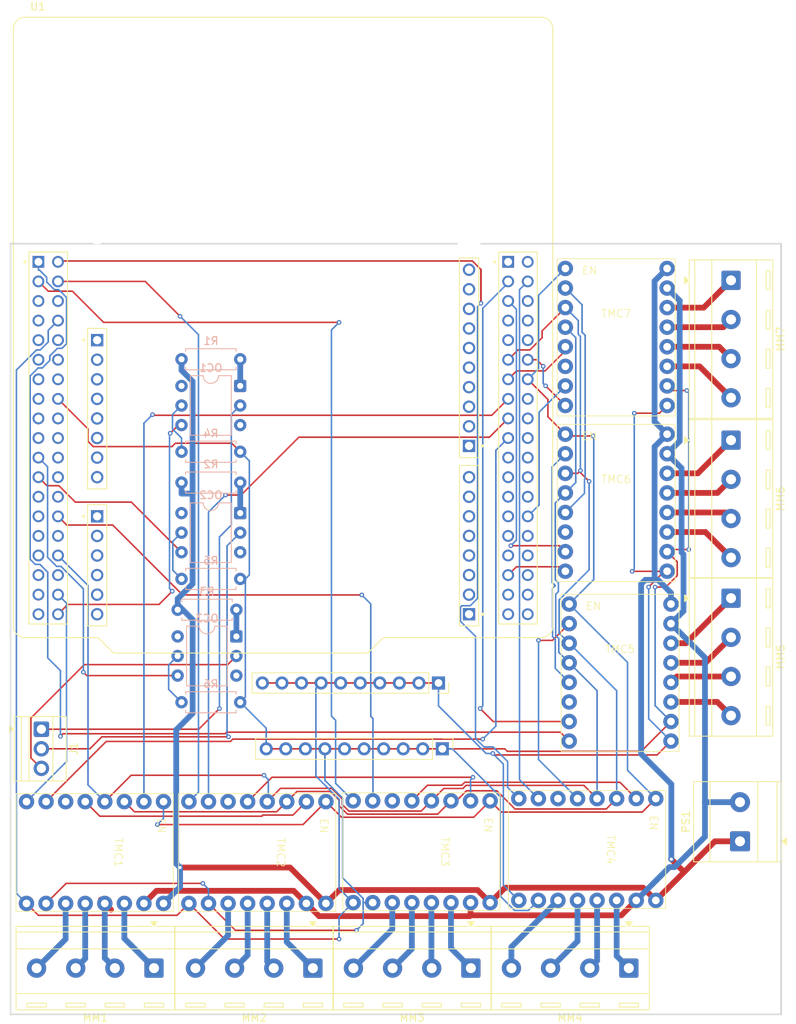
<source format=kicad_pcb>
(kicad_pcb (version 20241229) (generator "pcbnew") (generator_version "9.0")
  (layers (0 "F.Cu" signal) (2 "B.Cu" signal) (13 "F.Paste" user) (15 "B.Paste" user) (5 "F.SilkS" user "F.Silkscreen") (7 "B.SilkS" user "B.Silkscreen") (1 "F.Mask" user) (3 "B.Mask" user) (25 "Edge.Cuts" user))
  (net 0 "")
  (net 1 "EN")
  (net 6 "LIMIT5_IN")
  (net 36 "LIMIT1_IN")
  (net 62 "LIMIT4_IN")
  (net 67 "VM")
  (net 68 "GND_IO")
  (net 69 "SCK")
  (net 70 "VCC_IO")
  (net 71 "GND")
  (net 72 "DIR4")
  (net 73 "STEP4")
  (net 74 "CSN")
  (net 75 "DIR5")
  (net 76 "STEP5")
  (net 77 "STEP6")
  (net 78 "DIR6")
  (net 79 "STEP7")
  (net 80 "DIR7")
  (net 81 "DIR1")
  (net 82 "STEP1")
  (net 83 "STEP2")
  (net 84 "DIR2")
  (net 85 "STEP3")
  (net 86 "DIR3")
  (net 87 "ENC3")
  (net 88 "LIMIT2")
  (net 89 "ENC6")
  (net 90 "ENC5")
  (net 91 "ENC4")
  (net 92 "ENC1")
  (net 93 "LIMIT6")
  (net 94 "ENC7")
  (net 95 "LIMIT3")
  (net 96 "ENC2")
  (net 97 "LIMIT1_OUT")
  (net 105 "MOSI_OUT")
  (net 106 "Net-(TMC1-MISO)")
  (net 107 "Net-(TMC2-MISO)")
  (net 108 "Net-(TMC3-MISO)")
  (net 109 "Net-(TMC4-MISO)")
  (net 110 "Net-(TMC5-MISO)")
  (net 111 "Net-(TMC6-MISO)")
  (net 112 "MISO_OUT")
  (net 113 "/MOTOR1_A1")
  (net 114 "/MOTOR1_A2")
  (net 115 "/MOTOR1_B1")
  (net 116 "/MOTOR1_B2")
  (net 117 "/MOTOR2_A1")
  (net 118 "/MOTOR2_B2")
  (net 119 "/MOTOR2_A2")
  (net 120 "/MOTOR2_B1")
  (net 121 "/MOTOR3_B2")
  (net 122 "/MOTOR3_A1")
  (net 123 "/MOTOR3_B1")
  (net 124 "/MOTOR3_A2")
  (net 125 "/MOTOR4_A2")
  (net 126 "/MOTOR4_B2")
  (net 127 "/MOTOR4_B1")
  (net 128 "/MOTOR4_A1")
  (net 129 "/MOTOR5_B1")
  (net 130 "/MOTOR5_A1")
  (net 131 "/MOTOR5_A2")
  (net 132 "/MOTOR5_B2")
  (net 133 "/MOTOR6_A2")
  (net 134 "/MOTOR6_A1")
  (net 135 "/MOTOR6_B2")
  (net 136 "/MOTOR6_B1")
  (net 137 "/MOTOR7_A2")
  (net 138 "/MOTOR7_A1")
  (net 139 "/MOTOR7_B2")
  (net 140 "/MOTOR7_B1")
  (net 141 "/RIN_1")
  (net 142 "/RIN_3")
  (net 144 "/RIN_2")
  (net 145 "LIMIT4_OUT")
  (net 148 "LIMIT5_OUT")
  (net 149 "Net-(OC1-Pad5)")
  (net 150 "Net-(OC2-Pad5)")
  (net 151 "Net-(OC3-Pad5)")
  (footprint "TerminalBlock_RND:TerminalBlock_RND_205-00289_1x04_P5.08mm_Horizontal" (layer "F.Cu") (at 181.5 79 -90)
    (property "Reference" "MM6")
    (property "Value" "Screw_Terminal_01x04")
  )
  (footprint "boards:MODULE_NUCLEO-F446RE" (layer "F.Cu") (at 123.37 65.37)
    (property "Reference" "U1")
    (property "Value" "NUCLEO-F446RE")
  )
  (footprint "boards:tmc5160" (layer "F.Cu") (at 122.58 132.5 -90)
    (property "Reference" "TMC2")
    (property "Value" "~")
  )
  (footprint "TerminalBlock_RND:TerminalBlock_RND_205-00289_1x04_P5.08mm_Horizontal" (layer "F.Cu") (at 127.24 147.5 180)
    (property "Reference" "MM2")
    (property "Value" "Screw_Terminal_01x04")
  )
  (footprint "TerminalBlock:TerminalBlock_Xinya_XY308-2.54-3P_1x03_P2.54mm_Horizontal" (layer "F.Cu") (at 92 116.5 -90)
    (property "Reference" "J1")
    (property "Value" "Screw_Terminal_01x03")
  )
  (footprint "boards:tmc5160" (layer "F.Cu") (at 101.5 132.5 -90)
    (property "Reference" "TMC1")
    (property "Value" "~")
  )
  (footprint "TerminalBlock_RND:TerminalBlock_RND_205-00289_1x04_P5.08mm_Horizontal" (layer "F.Cu") (at 181.5 99.5 -90)
    (property "Reference" "MM5")
    (property "Value" "Screw_Terminal_01x04")
  )
  (footprint "TerminalBlock_RND:TerminalBlock_RND_205-00289_1x04_P5.08mm_Horizontal" (layer "F.Cu") (at 181.5 58.26 -90)
    (property "Reference" "MM7")
    (property "Value" "Screw_Terminal_01x04")
  )
  (footprint "boards:tmc5160" (layer "F.Cu") (at 143.89 132.396 -90)
    (property "Reference" "TMC3")
    (property "Value" "~")
  )
  (footprint "boards:tmc5160" (layer "F.Cu") (at 167.104 106.61)
    (property "Reference" "TMC5")
    (property "Value" "~")
  )
  (footprint "boards:tmc5160" (layer "F.Cu") (at 166.604 63.07)
    (property "Reference" "TMC7")
    (property "Value" "~")
  )
  (footprint "boards:tmc5160" (layer "F.Cu") (at 165.39 132.104 -90)
    (property "Reference" "TMC4")
    (property "Value" "~")
  )
  (footprint "TerminalBlock_RND:TerminalBlock_RND_205-00289_1x04_P5.08mm_Horizontal" (layer "F.Cu") (at 168.24 147.5 180)
    (property "Reference" "MM4")
    (property "Value" "Screw_Terminal_01x04")
  )
  (footprint "boards:tmc5160" (layer "F.Cu") (at 166.604 84.57)
    (property "Reference" "TMC6")
    (property "Value" "~")
  )
  (footprint "Connector_PinHeader_2.54mm:PinHeader_1x10_P2.54mm_Vertical" (layer "F.Cu") (at 144.04 119.045 -90)
    (property "Reference" "Encoder_MUX_VIO1" (hide yes))
    (property "Value" "Conn_01x010")
  )
  (footprint "TerminalBlock_RND:TerminalBlock_RND_205-00289_1x04_P5.08mm_Horizontal" (layer "F.Cu") (at 147.74 147.5 180)
    (property "Reference" "MM3")
    (property "Value" "Screw_Terminal_01x04")
  )
  (footprint "TerminalBlock_RND:TerminalBlock_RND_205-00289_1x04_P5.08mm_Horizontal" (layer "F.Cu") (at 106.62 147.5 180)
    (property "Reference" "MM1")
    (property "Value" "Screw_Terminal_01x04")
  )
  (footprint "TerminalBlock_Phoenix:TerminalBlock_Phoenix_MKDS-3-2-5.08_1x02_P5.08mm_Horizontal" (layer "F.Cu") (at 182.6675 131.045 90)
    (property "Reference" "PS1")
    (property "Value" "Screw_Terminal_01x02")
  )
  (footprint "Connector_PinSocket_2.54mm:PinSocket_1x10_P2.54mm_Vertical" (layer "F.Cu") (at 143.54 110.5 -90)
    (property "Reference" "Encoder_MUX_GND1" (hide yes))
    (property "Value" "Conn_01x010")
  )
  (footprint "Package_DIP:DIP-6_W7.62mm" (layer "B.Cu") (at 117.805 71.96 180)
    (property "Reference" "OC1")
    (property "Value" "CNY17")
  )
  (footprint "Resistor_THT:R_Axial_DIN0207_L6.3mm_D2.5mm_P7.62mm_Horizontal" (layer "B.Cu") (at 117.81 80.5 180)
    (property "Reference" "R4")
    (property "Value" "160")
  )
  (footprint "Package_DIP:DIP-6_W7.62mm" (layer "B.Cu") (at 117.805 88.46 180)
    (property "Reference" "OC2")
    (property "Value" "CNY17")
  )
  (footprint "Resistor_THT:R_Axial_DIN0207_L6.3mm_D2.5mm_P7.62mm_Horizontal" (layer "B.Cu") (at 117.31 101 180)
    (property "Reference" "R3")
    (property "Value" "3.3K")
  )
  (footprint "Resistor_THT:R_Axial_DIN0207_L6.3mm_D2.5mm_P7.62mm_Horizontal" (layer "B.Cu") (at 117.81 84.5 180)
    (property "Reference" "R2")
    (property "Value" "3.3K")
  )
  (footprint "Resistor_THT:R_Axial_DIN0207_L6.3mm_D2.5mm_P7.62mm_Horizontal" (layer "B.Cu") (at 117.81 97 180)
    (property "Reference" "R5")
    (property "Value" "160")
  )
  (footprint "Package_DIP:DIP-6_W7.62mm" (layer "B.Cu") (at 117.305 104.46 180)
    (property "Reference" "OC3")
    (property "Value" "CNY17")
  )
  (footprint "Resistor_THT:R_Axial_DIN0207_L6.3mm_D2.5mm_P7.62mm_Horizontal" (layer "B.Cu") (at 117.81 113 180)
    (property "Reference" "R6")
    (property "Value" "160")
  )
  (footprint "Resistor_THT:R_Axial_DIN0207_L6.3mm_D2.5mm_P7.62mm_Horizontal" (layer "B.Cu") (at 117.81 68.5 180)
    (property "Reference" "R1")
    (property "Value" "3.3K")
  )
  (gr_rect (start 88 53.5) (end 188 153.5) (stroke (width 0.2)) (fill no) (layer "Edge.Cuts"))
  (segment (start 151.698 127.25) (end 169.99 127.25) (width 0.2) (layer "F.Cu") (net 1))
  (segment (start 157.737 75.9569) (end 160 78.22) (width 0.2) (layer "F.Cu") (net 1))
  (segment (start 125.955 128.871) (end 128.93 125.896) (width 0.2) (layer "F.Cu") (net 1))
  (segment (start 148.111 127.921) (end 150.24 125.792) (width 0.2) (layer "F.Cu") (net 1))
  (segment (start 163.598 78.4489) (end 163.687 78.4489) (width 0.2) (layer "F.Cu") (net 1))
  (segment (start 107.056 128.871) (end 108.179 128.871) (width 0.2) (layer "F.Cu") (net 1))
  (segment (start 163.687 78.4489) (end 163.598 78.4489) (width 0.2) (layer "F.Cu") (net 1))
  (segment (start 160 78.22) (end 160.229 78.4489) (width 0.2) (layer "F.Cu") (net 1))
  (segment (start 155.12 71.1) (end 157.737 73.7169) (width 0.2) (layer "F.Cu") (net 1))
  (segment (start 157.737 73.7169) (end 157.737 75.9569) (width 0.2) (layer "F.Cu") (net 1))
  (segment (start 128.93 125.896) (end 130.955 127.921) (width 0.2) (layer "F.Cu") (net 1))
  (segment (start 108.179 128.871) (end 125.955 128.871) (width 0.2) (layer "F.Cu") (net 1))
  (segment (start 160.229 78.4489) (end 163.598 78.4489) (width 0.2) (layer "F.Cu") (net 1))
  (segment (start 130.955 127.921) (end 148.111 127.921) (width 0.2) (layer "F.Cu") (net 1))
  (segment (start 107.056 128.871) (end 108.179 128.871) (width 0.2) (layer "F.Cu") (net 1))
  (segment (start 169.99 127.25) (end 171.74 125.5) (width 0.2) (layer "F.Cu") (net 1))
  (segment (start 150.24 125.792) (end 151.698 127.25) (width 0.2) (layer "F.Cu") (net 1))
  (segment (start 108.179 128.871) (end 107.056 128.871) (width 0.2) (layer "F.Cu") (net 1))
  (via (at 163.598 78.4489) (size 0.6) (drill 0.3) (layers "F.Cu" "B.Cu") (net 1))
  (via (at 107.056 128.871) (size 0.6) (drill 0.3) (layers "F.Cu" "B.Cu") (net 1))
  (segment (start 156.526 69.6944) (end 155.12 71.1) (width 0.2) (layer "B.Cu") (net 1))
  (segment (start 163.687 78.5375) (end 163.598 78.4489) (width 0.2) (layer "B.Cu") (net 1))
  (segment (start 160.5 100.26) (end 163.687 97.073) (width 0.2) (layer "B.Cu") (net 1))
  (segment (start 168.07 107.83) (end 160.5 100.26) (width 0.2) (layer "B.Cu") (net 1))
  (segment (start 156.526 60.1944) (end 156.526 69.6944) (width 0.2) (layer "B.Cu") (net 1))
  (segment (start 171.74 125.5) (end 168.07 121.83) (width 0.2) (layer "B.Cu") (net 1))
  (segment (start 107.85 125.896) (end 107.85 128.078) (width 0.2) (layer "B.Cu") (net 1))
  (segment (start 163.687 97.073) (end 163.687 78.5375) (width 0.2) (layer "B.Cu") (net 1))
  (segment (start 168.07 121.83) (end 168.07 107.83) (width 0.2) (layer "B.Cu") (net 1))
  (segment (start 107.85 128.078) (end 107.056 128.871) (width 0.2) (layer "B.Cu") (net 1))
  (segment (start 160 56.72) (end 156.526 60.1944) (width 0.2) (layer "B.Cu") (net 1))
  (segment (start 163.687 78.4489) (end 163.598 78.4489) (width 0.2) (layer "B.Cu") (net 1))
  (segment (start 163.598 78.4489) (end 163.687 78.4489) (width 0.2) (layer "B.Cu") (net 1))
  (segment (start 90.6435 120.224) (end 92 121.58) (width 0.2) (layer "F.Cu") (net 6))
  (segment (start 90.6435 115.052) (end 90.6435 120.224) (width 0.2) (layer "F.Cu") (net 6))
  (segment (start 97.577 108.118) (end 90.6435 115.052) (width 0.2) (layer "F.Cu") (net 6))
  (segment (start 117.305 107) (end 116.187 108.118) (width 0.2) (layer "F.Cu") (net 6))
  (segment (start 116.187 108.118) (end 97.577 108.118) (width 0.2) (layer "F.Cu") (net 6))
  (segment (start 115.111 113.814) (end 112.425 116.5) (width 0.2) (layer "F.Cu") (net 36))
  (segment (start 112.425 116.5) (end 92 116.5) (width 0.2) (layer "F.Cu") (net 36))
  (via (at 115.111 113.814) (size 0.6) (drill 0.3) (layers "F.Cu" "B.Cu") (net 36))
  (segment (start 115.111 91.5544) (end 115.111 113.814) (width 0.2) (layer "B.Cu") (net 36))
  (segment (start 116.652 90.0128) (end 115.111 91.5544) (width 0.2) (layer "B.Cu") (net 36))
  (segment (start 117.805 74.5) (end 116.652 75.6527) (width 0.2) (layer "B.Cu") (net 36))
  (segment (start 116.652 75.6527) (end 116.652 90.0128) (width 0.2) (layer "B.Cu") (net 36))
  (segment (start 99.844 117.486) (end 98.2895 119.04) (width 0.2) (layer "F.Cu") (net 62))
  (segment (start 116.291 117.486) (end 99.844 117.486) (width 0.2) (layer "F.Cu") (net 62))
  (segment (start 98.2895 119.04) (end 92 119.04) (width 0.2) (layer "F.Cu") (net 62))
  (via (at 116.291 117.486) (size 0.6) (drill 0.3) (layers "F.Cu" "B.Cu") (net 62))
  (segment (start 116.098 117.293) (end 116.291 117.486) (width 0.2) (layer "B.Cu") (net 62))
  (segment (start 116.098 92.7066) (end 116.098 117.293) (width 0.2) (layer "B.Cu") (net 62))
  (segment (start 117.805 91) (end 116.098 92.7066) (width 0.2) (layer "B.Cu") (net 62))
  (segment (start 182.668 131.045) (end 179.403 131.045) (width 0.75) (layer "F.Cu") (net 67))
  (segment (start 130.67 137.364) (end 148.604 137.364) (width 0.75) (layer "F.Cu") (net 67))
  (segment (start 150.24 139) (end 152.178 137.062) (width 0.75) (layer "F.Cu") (net 67))
  (segment (start 110.003 134.444) (end 124.27 134.444) (width 0.75) (layer "F.Cu") (net 67))
  (segment (start 175.422 135.026) (end 171.74 138.708) (width 0.75) (layer "F.Cu") (net 67))
  (segment (start 173.756 133.361) (end 175.422 135.026) (width 0.75) (layer "F.Cu") (net 67))
  (segment (start 128.93 139.104) (end 130.67 137.364) (width 0.75) (layer "F.Cu") (net 67))
  (segment (start 179.403 131.045) (end 175.422 135.026) (width 0.75) (layer "F.Cu") (net 67))
  (segment (start 148.604 137.364) (end 150.24 139) (width 0.75) (layer "F.Cu") (net 67))
  (segment (start 170.094 137.062) (end 171.74 138.708) (width 0.75) (layer "F.Cu") (net 67))
  (segment (start 124.27 134.444) (end 128.93 139.104) (width 0.75) (layer "F.Cu") (net 67))
  (segment (start 152.178 137.062) (end 170.094 137.062) (width 0.75) (layer "F.Cu") (net 67))
  (via (at 173.756 133.361) (size 0.8) (drill 0.4) (layers "F.Cu" "B.Cu") (net 67))
  (via (at 110.003 134.444) (size 0.8) (drill 0.4) (layers "F.Cu" "B.Cu") (net 67))
  (segment (start 173.708 100.26) (end 173.708 98.8068) (width 0.75) (layer "B.Cu") (net 67))
  (segment (start 110.003 136.951) (end 110.003 134.444) (width 0.75) (layer "B.Cu") (net 67))
  (segment (start 109.5 116.582) (end 109.5 133.94) (width 0.75) (layer "B.Cu") (net 67))
  (segment (start 171.579 76.5907) (end 173.208 78.22) (width 0.75) (layer "B.Cu") (net 67))
  (segment (start 173.208 56.72) (end 171.579 58.3493) (width 0.75) (layer "B.Cu") (net 67))
  (segment (start 110.19 68.5) (end 110.19 69.9267) (width 0.75) (layer "B.Cu") (net 67))
  (segment (start 173.756 133.361) (end 173.756 123.629) (width 0.75) (layer "B.Cu") (net 67))
  (segment (start 111.63 114.452) (end 109.5 116.582) (width 0.75) (layer "B.Cu") (net 67))
  (segment (start 173.208 78.22) (end 171.58 79.8478) (width 0.75) (layer "B.Cu") (net 67))
  (segment (start 173.756 123.629) (end 169.835 119.708) (width 0.75) (layer "B.Cu") (net 67))
  (segment (start 109.69 100.334) (end 109.69 99.5733) (width 0.75) (layer "B.Cu") (net 67))
  (segment (start 111.63 102.274) (end 111.63 114.452) (width 0.75) (layer "B.Cu") (net 67))
  (segment (start 109.69 99.5733) (end 111.622 97.6416) (width 0.75) (layer "B.Cu") (net 67))
  (segment (start 169.835 119.708) (end 169.835 113.082) (width 0.75) (layer "B.Cu") (net 67))
  (segment (start 110.19 84.5) (end 110.19 85.9267) (width 0.75) (layer "B.Cu") (net 67))
  (segment (start 171.579 58.3493) (end 171.579 76.5907) (width 0.75) (layer "B.Cu") (net 67))
  (segment (start 111.622 85.9267) (end 110.19 85.9267) (width 0.75) (layer "B.Cu") (net 67))
  (segment (start 111.622 97.6416) (end 111.622 85.9267) (width 0.75) (layer "B.Cu") (net 67))
  (segment (start 170.379 97.1176) (end 171.58 97.1176) (width 0.75) (layer "B.Cu") (net 67))
  (segment (start 111.622 71.3584) (end 111.622 85.9267) (width 0.75) (layer "B.Cu") (net 67))
  (segment (start 107.85 139.104) (end 110.003 136.951) (width 0.75) (layer "B.Cu") (net 67))
  (segment (start 109.69 101) (end 109.69 100.334) (width 0.75) (layer "B.Cu") (net 67))
  (segment (start 171.58 79.8478) (end 171.58 97.1176) (width 0.75) (layer "B.Cu") (net 67))
  (segment (start 109.69 100.334) (end 111.63 102.274) (width 0.75) (layer "B.Cu") (net 67))
  (segment (start 110.19 69.9267) (end 111.622 71.3584) (width 0.75) (layer "B.Cu") (net 67))
  (segment (start 173.708 98.8068) (end 172.019 97.1176) (width 0.75) (layer "B.Cu") (net 67))
  (segment (start 172.019 97.1176) (end 171.58 97.1176) (width 0.75) (layer "B.Cu") (net 67))
  (segment (start 109.5 133.94) (end 110.003 134.444) (width 0.75) (layer "B.Cu") (net 67))
  (segment (start 169.834 113.08) (end 169.834 97.6634) (width 0.75) (layer "B.Cu") (net 67))
  (segment (start 169.834 97.6634) (end 170.379 97.1176) (width 0.75) (layer "B.Cu") (net 67))
  (segment (start 169.835 113.082) (end 169.834 113.08) (width 0.75) (layer "B.Cu") (net 67))
  (segment (start 135.92 110.5) (end 138.46 110.5) (width 0.2) (layer "F.Cu") (net 68))
  (segment (start 173.193 96.0148) (end 173.208 96) (width 0.2) (layer "F.Cu") (net 68))
  (segment (start 123.22 110.5) (end 120.68 110.5) (width 0.2) (layer "F.Cu") (net 68))
  (segment (start 143.54 110.5) (end 141 110.5) (width 0.2) (layer "F.Cu") (net 68))
  (segment (start 168.67 96.0148) (end 173.193 96.0148) (width 0.2) (layer "F.Cu") (net 68))
  (segment (start 170.812 98.0466) (end 170.812 98.0561) (width 0.2) (layer "F.Cu") (net 68))
  (segment (start 90.07 139.104) (end 91.6103 140.644) (width 0.2) (layer "F.Cu") (net 68))
  (segment (start 133.38 110.5) (end 130.84 110.5) (width 0.2) (layer "F.Cu") (net 68))
  (segment (start 109.61 140.644) (end 111.15 139.104) (width 0.2) (layer "F.Cu") (net 68))
  (segment (start 173.208 96) (end 172.859 96) (width 0.2) (layer "F.Cu") (net 68))
  (segment (start 171.908 119.84) (end 150.776 119.84) (width 0.2) (layer "F.Cu") (net 68))
  (segment (start 111.15 139.104) (end 115.77 143.724) (width 0.2) (layer "F.Cu") (net 68))
  (segment (start 130.84 110.5) (end 128.3 110.5) (width 0.2) (layer "F.Cu") (net 68))
  (segment (start 91.6103 140.644) (end 109.61 140.644) (width 0.2) (layer "F.Cu") (net 68))
  (segment (start 128.3 110.5) (end 125.76 110.5) (width 0.2) (layer "F.Cu") (net 68))
  (segment (start 115.77 143.724) (end 130.633 143.724) (width 0.2) (layer "F.Cu") (net 68))
  (segment (start 123.22 110.5) (end 125.76 110.5) (width 0.2) (layer "F.Cu") (net 68))
  (segment (start 172.206 75.5018) (end 168.945 75.5018) (width 0.2) (layer "F.Cu") (net 68))
  (segment (start 141 110.5) (end 138.46 110.5) (width 0.2) (layer "F.Cu") (net 68))
  (segment (start 173.708 118.04) (end 171.908 119.84) (width 0.2) (layer "F.Cu") (net 68))
  (segment (start 173.208 74.5) (end 172.206 75.5018) (width 0.2) (layer "F.Cu") (net 68))
  (segment (start 135.92 110.5) (end 133.38 110.5) (width 0.2) (layer "F.Cu") (net 68))
  (segment (start 150.776 119.84) (end 150.585 119.649) (width 0.2) (layer "F.Cu") (net 68))
  (segment (start 172.859 96) (end 170.812 98.0466) (width 0.2) (layer "F.Cu") (net 68))
  (via (at 130.633 143.724) (size 0.6) (drill 0.3) (layers "F.Cu" "B.Cu") (net 68))
  (via (at 150.585 119.649) (size 0.6) (drill 0.3) (layers "F.Cu" "B.Cu") (net 68))
  (via (at 170.812 98.0561) (size 0.6) (drill 0.3) (layers "F.Cu" "B.Cu") (net 68))
  (via (at 168.945 75.5018) (size 0.6) (drill 0.3) (layers "F.Cu" "B.Cu") (net 68))
  (via (at 168.67 96.0148) (size 0.6) (drill 0.3) (layers "F.Cu" "B.Cu") (net 68))
  (segment (start 130.643 125.594) (end 127.626 122.577) (width 0.2) (layer "B.Cu") (net 68))
  (segment (start 151.956 136.704) (end 153.96 138.708) (width 0.2) (layer "B.Cu") (net 68))
  (segment (start 130.633 143.724) (end 130.633 140.827) (width 0.2) (layer "B.Cu") (net 68))
  (segment (start 130.633 140.827) (end 132.46 139) (width 0.2) (layer "B.Cu") (net 68))
  (segment (start 168.945 95.7393) (end 168.67 96.0148) (width 0.2) (layer "B.Cu") (net 68))
  (segment (start 91.8589 67.29) (end 91.3699 67.29) (width 0.2) (layer "B.Cu") (net 68))
  (segment (start 88.7641 69.8958) (end 88.7641 137.798) (width 0.2) (layer "B.Cu") (net 68))
  (segment (start 92.89 66.2589) (end 91.8589 67.29) (width 0.2) (layer "B.Cu") (net 68))
  (segment (start 143.54 110.5) (end 143.54 111.652) (width 0.2) (layer "B.Cu") (net 68))
  (segment (start 151.956 121.02) (end 151.956 136.704) (width 0.2) (layer "B.Cu") (net 68))
  (segment (start 130.643 137.183) (end 130.643 125.594) (width 0.2) (layer "B.Cu") (net 68))
  (segment (start 127.626 122.577) (end 127.626 111.174) (width 0.2) (layer "B.Cu") (net 68))
  (segment (start 127.626 111.174) (end 128.3 110.5) (width 0.2) (layer "B.Cu") (net 68))
  (segment (start 91.3699 67.29) (end 88.7641 69.8958) (width 0.2) (layer "B.Cu") (net 68))
  (segment (start 92.89 64.75) (end 92.89 66.2589) (width 0.2) (layer "B.Cu") (net 68))
  (segment (start 170.812 98.0561) (end 170.812 115.144) (width 0.2) (layer "B.Cu") (net 68))
  (segment (start 94.16 63.48) (end 92.89 64.75) (width 0.2) (layer "B.Cu") (net 68))
  (segment (start 88.7641 137.798) (end 90.07 139.104) (width 0.2) (layer "B.Cu") (net 68))
  (segment (start 143.54 111.652) (end 143.54 113.467) (width 0.2) (layer "B.Cu") (net 68))
  (segment (start 168.945 75.5018) (end 168.945 95.7393) (width 0.2) (layer "B.Cu") (net 68))
  (segment (start 132.46 139) (end 130.643 137.183) (width 0.2) (layer "B.Cu") (net 68))
  (segment (start 170.812 115.144) (end 173.708 118.04) (width 0.2) (layer "B.Cu") (net 68))
  (segment (start 150.585 119.649) (end 151.956 121.02) (width 0.2) (layer "B.Cu") (net 68))
  (segment (start 143.54 113.467) (end 149.722 119.649) (width 0.2) (layer "B.Cu") (net 68))
  (segment (start 149.722 119.649) (end 150.585 119.649) (width 0.2) (layer "B.Cu") (net 68))
  (segment (start 131.723 127.52) (end 130.643 126.44) (width 0.2) (layer "F.Cu") (net 69))
  (segment (start 155.394 67.29) (end 153.85 67.29) (width 0.2) (layer "F.Cu") (net 69))
  (segment (start 161.955 83.0656) (end 161.955 82.9386) (width 0.2) (layer "F.Cu") (net 69))
  (segment (start 123.85 125.896) (end 122.538 127.208) (width 0.2) (layer "F.Cu") (net 69))
  (segment (start 161.828 83.0656) (end 161.955 82.9386) (width 0.2) (layer "F.Cu") (net 69))
  (segment (start 156.984 65.6991) (end 155.394 67.29) (width 0.2) (layer "F.Cu") (net 69))
  (segment (start 161.955 82.9386) (end 161.955 83.0656) (width 0.2) (layer "F.Cu") (net 69))
  (segment (start 143.432 127.52) (end 131.723 127.52) (width 0.2) (layer "F.Cu") (net 69))
  (segment (start 161.615 83.3) (end 161.828 83.0862) (width 0.2) (layer "F.Cu") (net 69))
  (segment (start 163.085 84.3431) (end 161.828 83.0862) (width 0.2) (layer "F.Cu") (net 69))
  (segment (start 125.172 124.574) (end 123.85 125.896) (width 0.2) (layer "F.Cu") (net 69))
  (segment (start 153.468 126.848) (end 151.109 124.49) (width 0.2) (layer "F.Cu") (net 69))
  (segment (start 156.984 64.8156) (end 156.984 65.6991) (width 0.2) (layer "F.Cu") (net 69))
  (segment (start 160 83.3) (end 161.615 83.3) (width 0.2) (layer "F.Cu") (net 69))
  (segment (start 166.66 125.5) (end 165.312 126.848) (width 0.2) (layer "F.Cu") (net 69))
  (segment (start 153.85 67.29) (end 152.58 68.56) (width 0.2) (layer "F.Cu") (net 69))
  (segment (start 130.643 126.44) (end 130.643 125.707) (width 0.2) (layer "F.Cu") (net 69))
  (segment (start 129.51 124.574) (end 125.172 124.574) (width 0.2) (layer "F.Cu") (net 69))
  (segment (start 161.828 83.0861) (end 161.828 83.0656) (width 0.2) (layer "F.Cu") (net 69))
  (segment (start 147.162 124.49) (end 145.859 125.792) (width 0.2) (layer "F.Cu") (net 69))
  (segment (start 160 61.8) (end 156.984 64.8156) (width 0.2) (layer "F.Cu") (net 69))
  (segment (start 151.109 124.49) (end 147.162 124.49) (width 0.2) (layer "F.Cu") (net 69))
  (segment (start 104.082 127.208) (end 102.77 125.896) (width 0.2) (layer "F.Cu") (net 69))
  (segment (start 130.643 125.707) (end 129.51 124.574) (width 0.2) (layer "F.Cu") (net 69))
  (segment (start 145.859 125.792) (end 145.16 125.792) (width 0.2) (layer "F.Cu") (net 69))
  (segment (start 161.828 83.0862) (end 161.828 83.0861) (width 0.2) (layer "F.Cu") (net 69))
  (segment (start 122.538 127.208) (end 104.082 127.208) (width 0.2) (layer "F.Cu") (net 69))
  (segment (start 165.312 126.848) (end 153.468 126.848) (width 0.2) (layer "F.Cu") (net 69))
  (segment (start 145.16 125.792) (end 143.432 127.52) (width 0.2) (layer "F.Cu") (net 69))
  (via (at 163.085 84.3431) (size 0.6) (drill 0.3) (layers "F.Cu" "B.Cu") (net 69))
  (via (at 161.955 82.9386) (size 0.6) (drill 0.3) (layers "F.Cu" "B.Cu") (net 69))
  (segment (start 160 61.8) (end 161.677 63.4768) (width 0.2) (layer "B.Cu") (net 69))
  (segment (start 159.197 99.7113) (end 163.085 95.8229) (width 0.2) (layer "B.Cu") (net 69))
  (segment (start 161.955 65.5395) (end 161.955 83.0656) (width 0.2) (layer "B.Cu") (net 69))
  (segment (start 160.5 105.34) (end 159.197 104.037) (width 0.2) (layer "B.Cu") (net 69))
  (segment (start 163.085 95.8229) (end 163.085 84.3431) (width 0.2) (layer "B.Cu") (net 69))
  (segment (start 161.955 83.0656) (end 161.955 82.9386) (width 0.2) (layer "B.Cu") (net 69))
  (segment (start 159.197 104.037) (end 159.197 99.7113) (width 0.2) (layer "B.Cu") (net 69))
  (segment (start 166.66 125.5) (end 166.66 111.5) (width 0.2) (layer "B.Cu") (net 69))
  (segment (start 161.677 63.4768) (end 161.677 65.2609) (width 0.2) (layer "B.Cu") (net 69))
  (segment (start 166.66 111.5) (end 160.5 105.34) (width 0.2) (layer "B.Cu") (net 69))
  (segment (start 161.677 65.2609) (end 161.955 65.5395) (width 0.2) (layer "B.Cu") (net 69))
  (segment (start 174.517 96.5807) (end 173.038 98.0594) (width 0.2) (layer "F.Cu") (net 70))
  (segment (start 133.88 119.045) (end 131.34 119.045) (width 0.2) (layer "F.Cu") (net 70))
  (segment (start 121.18 119.045) (end 123.72 119.045) (width 0.2) (layer "F.Cu") (net 70))
  (segment (start 169.843 119.365) (end 152.461 119.365) (width 0.2) (layer "F.Cu") (net 70))
  (segment (start 123.72 119.045) (end 126.26 119.045) (width 0.2) (layer "F.Cu") (net 70))
  (segment (start 135.314 119.045) (end 138.96 119.045) (width 0.2) (layer "F.Cu") (net 70))
  (segment (start 116.706 79.3956) (end 117.81 80.5) (width 0.2) (layer "F.Cu") (net 70))
  (segment (start 144.04 119.045) (end 145.192 119.045) (width 0.2) (layer "F.Cu") (net 70))
  (segment (start 117.175 142.589) (end 132.893 142.589) (width 0.2) (layer "F.Cu") (net 70))
  (segment (start 98.054 77.534) (end 98.054 79.1606) (width 0.2) (layer "F.Cu") (net 70))
  (segment (start 174.517 94.7686) (end 174.517 96.5807) (width 0.2) (layer "F.Cu") (net 70))
  (segment (start 128.8 119.045) (end 126.26 119.045) (width 0.2) (layer "F.Cu") (net 70))
  (segment (start 109.385 79.3956) (end 116.706 79.3956) (width 0.2) (layer "F.Cu") (net 70))
  (segment (start 127.694 119.045) (end 131.34 119.045) (width 0.2) (layer "F.Cu") (net 70))
  (segment (start 113.69 139.104) (end 117.175 142.589) (width 0.2) (layer "F.Cu") (net 70))
  (segment (start 173.708 115.5) (end 169.843 119.365) (width 0.2) (layer "F.Cu") (net 70))
  (segment (start 152.142 119.045) (end 145.192 119.045) (width 0.2) (layer "F.Cu") (net 70))
  (segment (start 95.2113 136.503) (end 112.95 136.503) (width 0.2) (layer "F.Cu") (net 70))
  (segment (start 173.038 98.0594) (end 171.65 98.0594) (width 0.2) (layer "F.Cu") (net 70))
  (segment (start 152.461 119.365) (end 152.142 119.045) (width 0.2) (layer "F.Cu") (net 70))
  (segment (start 94.16 73.64) (end 98.054 77.534) (width 0.2) (layer "F.Cu") (net 70))
  (segment (start 108.952 79.8291) (end 109.385 79.3956) (width 0.2) (layer "F.Cu") (net 70))
  (segment (start 136.42 119.045) (end 135.314 119.045) (width 0.2) (layer "F.Cu") (net 70))
  (segment (start 144.04 119.045) (end 141.5 119.045) (width 0.2) (layer "F.Cu") (net 70))
  (segment (start 135.314 119.045) (end 133.88 119.045) (width 0.2) (layer "F.Cu") (net 70))
  (segment (start 98.7225 79.8291) (end 108.952 79.8291) (width 0.2) (layer "F.Cu") (net 70))
  (segment (start 173.803 72.5547) (end 175.769 72.5547) (width 0.2) (layer "F.Cu") (net 70))
  (segment (start 173.208 93.46) (end 174.517 94.7686) (width 0.2) (layer "F.Cu") (net 70))
  (segment (start 141.5 119.045) (end 138.96 119.045) (width 0.2) (layer "F.Cu") (net 70))
  (segment (start 173.208 71.96) (end 173.803 72.5547) (width 0.2) (layer "F.Cu") (net 70))
  (segment (start 98.054 79.1606) (end 98.7225 79.8291) (width 0.2) (layer "F.Cu") (net 70))
  (segment (start 176.011 93.1844) (end 173.484 93.1844) (width 0.2) (layer "F.Cu") (net 70))
  (segment (start 173.484 93.1844) (end 173.208 93.46) (width 0.2) (layer "F.Cu") (net 70))
  (segment (start 92.61 139.104) (end 95.2113 136.503) (width 0.2) (layer "F.Cu") (net 70))
  (via (at 171.65 98.0594) (size 0.6) (drill 0.3) (layers "F.Cu" "B.Cu") (net 70))
  (via (at 112.95 136.503) (size 0.6) (drill 0.3) (layers "F.Cu" "B.Cu") (net 70))
  (via (at 132.893 142.589) (size 0.6) (drill 0.3) (layers "F.Cu" "B.Cu") (net 70))
  (via (at 175.769 72.5547) (size 0.6) (drill 0.3) (layers "F.Cu" "B.Cu") (net 70))
  (via (at 176.011 93.1844) (size 0.6) (drill 0.3) (layers "F.Cu" "B.Cu") (net 70))
  (segment (start 175.769 72.5547) (end 176.011 72.7967) (width 0.2) (layer "B.Cu") (net 70))
  (segment (start 118.992 81.6819) (end 118.992 96.4829) (width 0.2) (layer "B.Cu") (net 70))
  (segment (start 118.475 97) (end 117.81 97) (width 0.2) (layer "B.Cu") (net 70))
  (segment (start 113.69 137.242) (end 113.69 139.104) (width 0.2) (layer "B.Cu") (net 70))
  (segment (start 117.81 80.5) (end 118.992 81.6819) (width 0.2) (layer "B.Cu") (net 70))
  (segment (start 155.187 140.021) (end 153.422 140.021) (width 0.2) (layer "B.Cu") (net 70))
  (segment (start 118.475 112.335) (end 117.81 113) (width 0.2) (layer "B.Cu") (net 70))
  (segment (start 132.893 142.589) (end 133.762 141.72) (width 0.2) (layer "B.Cu") (net 70))
  (segment (start 121.18 116.37) (end 121.18 119.045) (width 0.2) (layer "B.Cu") (net 70))
  (segment (start 156.5 138.708) (end 155.187 140.021) (width 0.2) (layer "B.Cu") (net 70))
  (segment (start 153.422 140.021) (end 151.547 138.146) (width 0.2) (layer "B.Cu") (net 70))
  (segment (start 118.475 97) (end 118.475 112.335) (width 0.2) (layer "B.Cu") (net 70))
  (segment (start 133.762 138.461) (end 131.102 135.801) (width 0.2) (layer "B.Cu") (net 70))
  (segment (start 133.762 141.72) (end 133.762 139) (width 0.2) (layer "B.Cu") (net 70))
  (segment (start 176.011 72.7967) (end 176.011 93.1844) (width 0.2) (layer "B.Cu") (net 70))
  (segment (start 133.762 139) (end 133.762 138.461) (width 0.2) (layer "B.Cu") (net 70))
  (segment (start 133.762 139) (end 135 139) (width 0.2) (layer "B.Cu") (net 70))
  (segment (start 117.81 113) (end 121.18 116.37) (width 0.2) (layer "B.Cu") (net 70))
  (segment (start 128.8 123.142) (end 128.8 119.045) (width 0.2) (layer "B.Cu") (net 70))
  (segment (start 171.65 98.0594) (end 171.65 113.442) (width 0.2) (layer "B.Cu") (net 70))
  (segment (start 151.547 138.146) (end 151.547 125.258) (width 0.2) (layer "B.Cu") (net 70))
  (segment (start 112.95 136.503) (end 113.69 137.242) (width 0.2) (layer "B.Cu") (net 70))
  (segment (start 151.547 125.258) (end 145.334 119.045) (width 0.2) (layer "B.Cu") (net 70))
  (segment (start 171.65 113.442) (end 173.708 115.5) (width 0.2) (layer "B.Cu") (net 70))
  (segment (start 131.102 135.801) (end 131.102 125.443) (width 0.2) (layer "B.Cu") (net 70))
  (segment (start 118.992 96.4829) (end 118.475 97) (width 0.2) (layer "B.Cu") (net 70))
  (segment (start 131.102 125.443) (end 128.8 123.142) (width 0.2) (layer "B.Cu") (net 70))
  (segment (start 145.334 119.045) (end 144.04 119.045) (width 0.2) (layer "B.Cu") (net 70))
  (segment (start 169.2 138.708) (end 167.264 140.644) (width 0.75) (layer "F.Cu") (net 71))
  (segment (start 147.59 140.753) (end 128.039 140.753) (width 0.75) (layer "F.Cu") (net 71))
  (segment (start 124.749 137.463) (end 126.39 139.104) (width 0.75) (layer "F.Cu") (net 71))
  (segment (start 106.951 137.463) (end 124.749 137.463) (width 0.75) (layer "F.Cu") (net 71))
  (segment (start 147.7 139) (end 147.7 140.644) (width 0.75) (layer "F.Cu") (net 71))
  (segment (start 105.31 139.104) (end 106.951 137.463) (width 0.75) (layer "F.Cu") (net 71))
  (segment (start 147.7 140.644) (end 147.59 140.753) (width 0.75) (layer "F.Cu") (net 71))
  (segment (start 128.039 140.753) (end 126.39 139.104) (width 0.75) (layer "F.Cu") (net 71))
  (segment (start 167.264 140.644) (end 147.7 140.644) (width 0.75) (layer "F.Cu") (net 71))
  (segment (start 178.12 107.212) (end 178.12 125.965) (width 0.75) (layer "B.Cu") (net 71))
  (segment (start 169.2 138.708) (end 173.52 134.388) (width 0.75) (layer "B.Cu") (net 71))
  (segment (start 182.668 125.965) (end 178.12 125.965) (width 0.75) (layer "B.Cu") (net 71))
  (segment (start 173.52 134.388) (end 174.182 134.388) (width 0.75) (layer "B.Cu") (net 71))
  (segment (start 175.335 101.173) (end 173.708 102.8) (width 0.75) (layer "B.Cu") (net 71))
  (segment (start 175.085 82.6367) (end 175.085 93.5682) (width 0.75) (layer "B.Cu") (net 71))
  (segment (start 175.335 93.8182) (end 175.335 101.173) (width 0.75) (layer "B.Cu") (net 71))
  (segment (start 174.843 79.1253) (end 173.208 80.76) (width 0.75) (layer "B.Cu") (net 71))
  (segment (start 175.085 93.5682) (end 175.335 93.8182) (width 0.75) (layer "B.Cu") (net 71))
  (segment (start 173.208 59.26) (end 174.843 60.8947) (width 0.75) (layer "B.Cu") (net 71))
  (segment (start 174.182 134.388) (end 178.12 130.449) (width 0.75) (layer "B.Cu") (net 71))
  (segment (start 174.843 60.8947) (end 174.843 79.1253) (width 0.75) (layer "B.Cu") (net 71))
  (segment (start 178.12 130.449) (end 178.12 125.965) (width 0.75) (layer "B.Cu") (net 71))
  (segment (start 173.708 102.8) (end 178.12 107.212) (width 0.75) (layer "B.Cu") (net 71))
  (segment (start 173.208 80.76) (end 175.085 82.6367) (width 0.75) (layer "B.Cu") (net 71))
  (segment (start 149.046 61.2312) (end 149.046 56.8579) (width 0.2) (layer "F.Cu") (net 72))
  (segment (start 149.046 56.8579) (end 149.046 61.2312) (width 0.2) (layer "F.Cu") (net 72))
  (segment (start 147.937 55.7487) (end 149.046 56.8579) (width 0.2) (layer "F.Cu") (net 72))
  (segment (start 149.046 56.8579) (end 149.046 61.2312) (width 0.2) (layer "F.Cu") (net 72))
  (segment (start 94.16 55.86) (end 94.2713 55.7487) (width 0.2) (layer "F.Cu") (net 72))
  (segment (start 94.2713 55.7487) (end 147.937 55.7487) (width 0.2) (layer "F.Cu") (net 72))
  (via (at 149.046 61.2312) (size 0.6) (drill 0.3) (layers "F.Cu" "B.Cu") (net 72))
  (segment (start 148.604 61.6728) (end 148.604 99.5311) (width 0.2) (layer "B.Cu") (net 72))
  (segment (start 148.604 99.5311) (end 147.66 100.476) (width 0.2) (layer "B.Cu") (net 72))
  (segment (start 148.341 104.453) (end 148.341 117.618) (width 0.2) (layer "B.Cu") (net 72))
  (segment (start 152.509 120.688) (end 152.509 124.049) (width 0.2) (layer "B.Cu") (net 72))
  (segment (start 146.572 100.476) (end 146.396 100.652) (width 0.2) (layer "B.Cu") (net 72))
  (segment (start 146.396 102.508) (end 148.341 104.453) (width 0.2) (layer "B.Cu") (net 72))
  (segment (start 148.444 117.803) (end 149.443 118.802) (width 0.2) (layer "B.Cu") (net 72))
  (segment (start 147.66 100.476) (end 146.572 100.476) (width 0.2) (layer "B.Cu") (net 72))
  (segment (start 148.444 117.72) (end 148.444 117.803) (width 0.2) (layer "B.Cu") (net 72))
  (segment (start 149.046 61.2312) (end 148.604 61.6728) (width 0.2) (layer "B.Cu") (net 72))
  (segment (start 146.396 100.652) (end 146.396 102.508) (width 0.2) (layer "B.Cu") (net 72))
  (segment (start 148.341 117.618) (end 148.444 117.72) (width 0.2) (layer "B.Cu") (net 72))
  (segment (start 150.623 118.802) (end 152.509 120.688) (width 0.2) (layer "B.Cu") (net 72))
  (segment (start 149.443 118.802) (end 150.623 118.802) (width 0.2) (layer "B.Cu") (net 72))
  (segment (start 152.509 124.049) (end 153.96 125.5) (width 0.2) (layer "B.Cu") (net 72))
  (segment (start 154.053 123.053) (end 156.5 125.5) (width 0.2) (layer "B.Cu") (net 73))
  (segment (start 154.053 59.4667) (end 154.053 123.053) (width 0.2) (layer "B.Cu") (net 73))
  (segment (start 155.12 58.4) (end 154.053 59.4667) (width 0.2) (layer "B.Cu") (net 73))
  (segment (start 144.224 124.188) (end 142.62 125.792) (width 0.2) (layer "F.Cu") (net 74))
  (segment (start 103.65 122.476) (end 120.896 122.476) (width 0.2) (layer "F.Cu") (net 74))
  (segment (start 131.045 126.268) (end 131.045 125.541) (width 0.2) (layer "F.Cu") (net 74))
  (segment (start 131.895 127.118) (end 131.045 126.268) (width 0.2) (layer "F.Cu") (net 74))
  (segment (start 141.294 127.118) (end 131.895 127.118) (width 0.2) (layer "F.Cu") (net 74))
  (segment (start 164.12 125.5) (end 162.408 123.788) (width 0.2) (layer "F.Cu") (net 74))
  (segment (start 147.107 123.788) (end 146.707 124.188) (width 0.2) (layer "F.Cu") (net 74))
  (segment (start 162.408 123.788) (end 147.107 123.788) (width 0.2) (layer "F.Cu") (net 74))
  (segment (start 123.034 124.172) (end 121.31 125.896) (width 0.2) (layer "F.Cu") (net 74))
  (segment (start 100.23 125.896) (end 103.65 122.476) (width 0.2) (layer "F.Cu") (net 74))
  (segment (start 131.045 125.541) (end 129.676 124.172) (width 0.2) (layer "F.Cu") (net 74))
  (segment (start 142.62 125.792) (end 141.294 127.118) (width 0.2) (layer "F.Cu") (net 74))
  (segment (start 129.676 124.172) (end 123.034 124.172) (width 0.2) (layer "F.Cu") (net 74))
  (segment (start 146.707 124.188) (end 144.224 124.188) (width 0.2) (layer "F.Cu") (net 74))
  (via (at 120.896 122.476) (size 0.6) (drill 0.3) (layers "F.Cu" "B.Cu") (net 74))
  (segment (start 158.745 98.9935) (end 158.745 104.332) (width 0.2) (layer "B.Cu") (net 74))
  (segment (start 121.457 125.896) (end 121.457 123.037) (width 0.2) (layer "B.Cu") (net 74))
  (segment (start 158.745 104.332) (end 159.147 104.734) (width 0.2) (layer "B.Cu") (net 74))
  (segment (start 161.354 65.6937) (end 161.354 84.4863) (width 0.2) (layer "B.Cu") (net 74))
  (segment (start 159.097 97.4963) (end 159.097 98.642) (width 0.2) (layer "B.Cu") (net 74))
  (segment (start 160 64.34) (end 161.354 65.6937) (width 0.2) (layer "B.Cu") (net 74))
  (segment (start 164.12 125.5) (end 164.12 111.5) (width 0.2) (layer "B.Cu") (net 74))
  (segment (start 158.696 97.0957) (end 159.097 97.4963) (width 0.2) (layer "B.Cu") (net 74))
  (segment (start 121.457 125.896) (end 121.604 125.896) (width 0.2) (layer "B.Cu") (net 74))
  (segment (start 121.457 123.037) (end 120.896 122.476) (width 0.2) (layer "B.Cu") (net 74))
  (segment (start 100.23 125.896) (end 98.0537 123.72) (width 0.2) (layer "B.Cu") (net 74))
  (segment (start 160 85.84) (end 158.696 87.1439) (width 0.2) (layer "B.Cu") (net 74))
  (segment (start 158.696 87.1439) (end 158.696 97.0957) (width 0.2) (layer "B.Cu") (net 74))
  (segment (start 161.354 84.4863) (end 160 85.84) (width 0.2) (layer "B.Cu") (net 74))
  (segment (start 159.147 104.734) (end 159.147 106.527) (width 0.2) (layer "B.Cu") (net 74))
  (segment (start 164.12 111.5) (end 160.5 107.88) (width 0.2) (layer "B.Cu") (net 74))
  (segment (start 98.0537 97.8537) (end 94.16 93.96) (width 0.2) (layer "B.Cu") (net 74))
  (segment (start 121.31 125.896) (end 121.457 125.896) (width 0.2) (layer "B.Cu") (net 74))
  (segment (start 159.147 106.527) (end 160.5 107.88) (width 0.2) (layer "B.Cu") (net 74))
  (segment (start 98.0537 123.72) (end 98.0537 97.8537) (width 0.2) (layer "B.Cu") (net 74))
  (segment (start 159.097 98.642) (end 158.745 98.9935) (width 0.2) (layer "B.Cu") (net 74))
  (segment (start 116.042 116.884) (end 115.842 117.084) (width 0.2) (layer "F.Cu") (net 75))
  (segment (start 160.5 118.04) (end 159.344 116.884) (width 0.2) (layer "F.Cu") (net 75))
  (segment (start 94.4774 117.417) (end 94.4774 117.122) (width 0.2) (layer "F.Cu") (net 75))
  (segment (start 94.811 117.084) (end 94.4774 117.417) (width 0.2) (layer "F.Cu") (net 75))
  (segment (start 115.842 117.084) (end 94.811 117.084) (width 0.2) (layer "F.Cu") (net 75))
  (segment (start 94.4774 117.122) (end 94.4774 117.417) (width 0.2) (layer "F.Cu") (net 75))
  (segment (start 159.344 116.884) (end 116.042 116.884) (width 0.2) (layer "F.Cu") (net 75))
  (via (at 94.4774 117.417) (size 0.6) (drill 0.3) (layers "F.Cu" "B.Cu") (net 75))
  (segment (start 93.0933 68.6547) (end 92.1213 69.6267) (width 0.2) (layer "B.Cu") (net 75))
  (segment (start 94.078 67.0867) (end 93.0933 68.0714) (width 0.2) (layer "B.Cu") (net 75))
  (segment (start 93.6859 59.4667) (end 94.2536 59.4667) (width 0.2) (layer "B.Cu") (net 75))
  (segment (start 91.7535 56.9267) (end 92.6867 57.8599) (width 0.2) (layer "B.Cu") (net 75))
  (segment (start 93.0933 68.0714) (end 93.0933 68.6547) (width 0.2) (layer "B.Cu") (net 75))
  (segment (start 94.4774 108.903) (end 94.4774 117.417) (width 0.2) (layer "B.Cu") (net 75))
  (segment (start 90.5449 94.4581) (end 91.2005 95.1137) (width 0.2) (layer "B.Cu") (net 75))
  (segment (start 92.6867 57.8599) (end 92.6867 58.4675) (width 0.2) (layer "B.Cu") (net 75))
  (segment (start 95.2681 66.4874) (end 94.6688 67.0867) (width 0.2) (layer "B.Cu") (net 75))
  (segment (start 95.2681 60.4812) (end 95.2681 66.4874) (width 0.2) (layer "B.Cu") (net 75))
  (segment (start 91.62 56.9267) (end 91.7535 56.9267) (width 0.2) (layer "B.Cu") (net 75))
  (segment (start 91.8106 95.1137) (end 92.8273 96.1304) (width 0.2) (layer "B.Cu") (net 75))
  (segment (start 94.2536 59.4667) (end 95.2681 60.4812) (width 0.2) (layer "B.Cu") (net 75))
  (segment (start 92.8273 96.1304) (end 92.8273 107.253) (width 0.2) (layer "B.Cu") (net 75))
  (segment (start 92.1213 69.6267) (end 91.5827 69.6267) (width 0.2) (layer "B.Cu") (net 75))
  (segment (start 91.62 55.86) (end 91.62 56.9267) (width 0.2) (layer "B.Cu") (net 75))
  (segment (start 92.6867 58.4675) (end 93.6859 59.4667) (width 0.2) (layer "B.Cu") (net 75))
  (segment (start 94.6688 67.0867) (end 94.078 67.0867) (width 0.2) (layer "B.Cu") (net 75))
  (segment (start 90.5449 70.6645) (end 90.5449 94.4581) (width 0.2) (layer "B.Cu") (net 75))
  (segment (start 91.2005 95.1137) (end 91.8106 95.1137) (width 0.2) (layer "B.Cu") (net 75))
  (segment (start 91.5827 69.6267) (end 90.5449 70.6645) (width 0.2) (layer "B.Cu") (net 75))
  (segment (start 92.8273 107.253) (end 94.4774 108.903) (width 0.2) (layer "B.Cu") (net 75))
  (segment (start 150.629 115.5) (end 148.943 113.814) (width 0.2) (layer "F.Cu") (net 76))
  (segment (start 160.5 115.5) (end 150.629 115.5) (width 0.2) (layer "F.Cu") (net 76))
  (via (at 148.943 113.814) (size 0.6) (drill 0.3) (layers "F.Cu" "B.Cu") (net 76))
  (segment (start 149.282 113.475) (end 149.282 61.8848) (width 0.2) (layer "B.Cu") (net 76))
  (segment (start 148.943 113.814) (end 149.282 113.475) (width 0.2) (layer "B.Cu") (net 76))
  (segment (start 152.58 58.5865) (end 152.58 58.4) (width 0.2) (layer "B.Cu") (net 76))
  (segment (start 149.282 61.8848) (end 152.58 58.5865) (width 0.2) (layer "B.Cu") (net 76))
  (segment (start 153.144 92.69) (end 152.925 92.69) (width 0.2) (layer "F.Cu") (net 77))
  (segment (start 159.23 92.69) (end 160 93.46) (width 0.2) (layer "F.Cu") (net 77))
  (segment (start 153.144 92.69) (end 159.23 92.69) (width 0.2) (layer "F.Cu") (net 77))
  (via (at 152.925 92.69) (size 0.6) (drill 0.3) (layers "F.Cu" "B.Cu") (net 77))
  (segment (start 152.58 60.94) (end 153.652 62.0116) (width 0.2) (layer "B.Cu") (net 77))
  (segment (start 153.652 91.9633) (end 152.925 92.69) (width 0.2) (layer "B.Cu") (net 77))
  (segment (start 153.652 62.0116) (end 153.652 91.9633) (width 0.2) (layer "B.Cu") (net 77))
  (segment (start 160 96) (end 159.422 95.4225) (width 0.2) (layer "F.Cu") (net 78))
  (segment (start 159.422 95.4225) (end 153.658 95.4225) (width 0.2) (layer "F.Cu") (net 78))
  (segment (start 153.658 95.4225) (end 152.58 96.5) (width 0.2) (layer "F.Cu") (net 78))
  (segment (start 156.595 87.4052) (end 155.12 88.88) (width 0.2) (layer "B.Cu") (net 79))
  (segment (start 156.595 75.3651) (end 156.595 87.4052) (width 0.2) (layer "B.Cu") (net 79))
  (segment (start 160 71.96) (end 156.595 75.3651) (width 0.2) (layer "B.Cu") (net 79))
  (segment (start 156.278 68.56) (end 157.127 69.4096) (width 0.2) (layer "F.Cu") (net 80))
  (segment (start 159.989 74.5) (end 160 74.5) (width 0.2) (layer "F.Cu") (net 80))
  (segment (start 157.441 71.9516) (end 159.989 74.5) (width 0.2) (layer "F.Cu") (net 80))
  (segment (start 155.12 68.56) (end 156.278 68.56) (width 0.2) (layer "F.Cu") (net 80))
  (via (at 157.441 71.9516) (size 0.6) (drill 0.3) (layers "F.Cu" "B.Cu") (net 80))
  (via (at 157.127 69.4096) (size 0.6) (drill 0.3) (layers "F.Cu" "B.Cu") (net 80))
  (segment (start 157.127 71.6381) (end 157.441 71.9516) (width 0.2) (layer "B.Cu") (net 80))
  (segment (start 157.127 69.4096) (end 157.127 71.6381) (width 0.2) (layer "B.Cu") (net 80))
  (segment (start 94.16 99.04) (end 95.2605 100.14) (width 0.2) (layer "B.Cu") (net 81))
  (segment (start 95.2605 100.14) (end 95.2605 120.706) (width 0.2) (layer "B.Cu") (net 81))
  (segment (start 95.2605 120.706) (end 90.07 125.896) (width 0.2) (layer "B.Cu") (net 81))
  (segment (start 92.61 125.896) (end 100.419 118.087) (width 0.2) (layer "F.Cu") (net 82))
  (segment (start 116.841 117.786) (end 149.282 117.786) (width 0.2) (layer "F.Cu") (net 82))
  (segment (start 116.54 118.087) (end 116.841 117.786) (width 0.2) (layer "F.Cu") (net 82))
  (segment (start 100.419 118.087) (end 116.54 118.087) (width 0.2) (layer "F.Cu") (net 82))
  (via (at 149.282 117.786) (size 0.6) (drill 0.3) (layers "F.Cu" "B.Cu") (net 82))
  (segment (start 149.282 117.786) (end 150.982 116.086) (width 0.2) (layer "B.Cu") (net 82))
  (segment (start 150.982 116.086) (end 150.982 80.3179) (width 0.2) (layer "B.Cu") (net 82))
  (segment (start 150.982 80.3179) (end 152.58 78.72) (width 0.2) (layer "B.Cu") (net 82))
  (segment (start 125.421 78.6115) (end 117.917 86.1148) (width 0.2) (layer "F.Cu") (net 83))
  (segment (start 117.917 86.1148) (end 115.898 86.1148) (width 0.2) (layer "F.Cu") (net 83))
  (segment (start 150.148 78.6115) (end 125.421 78.6115) (width 0.2) (layer "F.Cu") (net 83))
  (segment (start 152.58 76.18) (end 150.148 78.6115) (width 0.2) (layer "F.Cu") (net 83))
  (via (at 115.898 86.1148) (size 0.6) (drill 0.3) (layers "F.Cu" "B.Cu") (net 83))
  (segment (start 113.69 88.3223) (end 113.69 125.896) (width 0.2) (layer "B.Cu") (net 83))
  (segment (start 115.898 86.1148) (end 113.69 88.3223) (width 0.2) (layer "B.Cu") (net 83))
  (segment (start 105.477 58.4) (end 110.003 62.9266) (width 0.2) (layer "F.Cu") (net 84))
  (segment (start 94.16 58.4) (end 105.477 58.4) (width 0.2) (layer "F.Cu") (net 84))
  (via (at 110.003 62.9266) (size 0.6) (drill 0.3) (layers "F.Cu" "B.Cu") (net 84))
  (segment (start 112.39 65.3131) (end 112.39 124.656) (width 0.2) (layer "B.Cu") (net 84))
  (segment (start 110.003 62.9266) (end 112.39 65.3131) (width 0.2) (layer "B.Cu") (net 84))
  (segment (start 112.39 124.656) (end 111.15 125.896) (width 0.2) (layer "B.Cu") (net 84))
  (segment (start 133.58 99.0786) (end 110.328 99.0786) (width 0.2) (layer "F.Cu") (net 85))
  (segment (start 110.328 99.0786) (end 101.257 90.0084) (width 0.2) (layer "F.Cu") (net 85))
  (segment (start 95.2884 90.0084) (end 94.16 88.88) (width 0.2) (layer "F.Cu") (net 85))
  (segment (start 101.257 90.0084) (end 95.2884 90.0084) (width 0.2) (layer "F.Cu") (net 85))
  (via (at 133.58 99.0786) (size 0.6) (drill 0.3) (layers "F.Cu" "B.Cu") (net 85))
  (segment (start 135.032 115.104) (end 134.746 114.818) (width 0.2) (layer "B.Cu") (net 85))
  (segment (start 135.032 125.76) (end 135.032 115.104) (width 0.2) (layer "B.Cu") (net 85))
  (segment (start 134.746 114.818) (end 134.746 100.244) (width 0.2) (layer "B.Cu") (net 85))
  (segment (start 135 125.792) (end 135.032 125.76) (width 0.2) (layer "B.Cu") (net 85))
  (segment (start 134.746 100.244) (end 133.58 99.0786) (width 0.2) (layer "B.Cu") (net 85))
  (segment (start 96.0313 59.67) (end 100.075 63.7134) (width 0.2) (layer "F.Cu") (net 86))
  (segment (start 92.89 59.67) (end 96.0313 59.67) (width 0.2) (layer "F.Cu") (net 86))
  (segment (start 91.62 58.4) (end 92.89 59.67) (width 0.2) (layer "F.Cu") (net 86))
  (segment (start 100.075 63.7134) (end 130.633 63.7134) (width 0.2) (layer "F.Cu") (net 86))
  (via (at 130.633 63.7134) (size 0.6) (drill 0.3) (layers "F.Cu" "B.Cu") (net 86))
  (segment (start 129.647 64.6991) (end 130.633 63.7134) (width 0.2) (layer "B.Cu") (net 86))
  (segment (start 132.46 125.792) (end 130.188 123.52) (width 0.2) (layer "B.Cu") (net 86))
  (segment (start 129.647 114.8) (end 129.647 64.6991) (width 0.2) (layer "B.Cu") (net 86))
  (segment (start 130.188 115.341) (end 129.647 114.8) (width 0.2) (layer "B.Cu") (net 86))
  (segment (start 130.188 123.52) (end 130.188 115.341) (width 0.2) (layer "B.Cu") (net 86))
  (segment (start 95.43 100.31) (end 94.16 101.58) (width 0.2) (layer "F.Cu") (net 97))
  (segment (start 109.783 77.04) (end 108.722 78.1003) (width 0.2) (layer "F.Cu") (net 97))
  (segment (start 110.185 77.04) (end 109.783 77.04) (width 0.2) (layer "F.Cu") (net 97))
  (segment (start 107.271 100.31) (end 95.43 100.31) (width 0.2) (layer "F.Cu") (net 97))
  (segment (start 108.989 98.5913) (end 107.271 100.31) (width 0.2) (layer "F.Cu") (net 97))
  (via (at 108.989 98.5913) (size 0.6) (drill 0.3) (layers "F.Cu" "B.Cu") (net 97))
  (via (at 108.722 78.1003) (size 0.6) (drill 0.3) (layers "F.Cu" "B.Cu") (net 97))
  (segment (start 108.631 78.1917) (end 108.631 98.233) (width 0.2) (layer "B.Cu") (net 97))
  (segment (start 108.722 78.1003) (end 108.631 78.1917) (width 0.2) (layer "B.Cu") (net 97))
  (segment (start 108.631 98.233) (end 108.989 98.5913) (width 0.2) (layer "B.Cu") (net 97))
  (segment (start 152.58 73.64) (end 150.45 75.77) (width 0.2) (layer "F.Cu") (net 105))
  (segment (start 106.517 75.77) (end 106.429 75.6819) (width 0.2) (layer "F.Cu") (net 105))
  (segment (start 150.45 75.77) (end 106.517 75.77) (width 0.2) (layer "F.Cu") (net 105))
  (via (at 106.429 75.6819) (size 0.6) (drill 0.3) (layers "F.Cu" "B.Cu") (net 105))
  (segment (start 106.429 75.6819) (end 105.31 76.8011) (width 0.2) (layer "B.Cu") (net 105))
  (segment (start 105.31 76.8011) (end 105.31 125.896) (width 0.2) (layer "B.Cu") (net 105))
  (segment (start 120.602 127.786) (end 120.748 127.639) (width 0.2) (layer "F.Cu") (net 106))
  (segment (start 120.748 127.639) (end 124.647 127.639) (width 0.2) (layer "F.Cu") (net 106))
  (segment (start 120.602 127.786) (end 120.748 127.639) (width 0.2) (layer "F.Cu") (net 106))
  (segment (start 99.5797 127.786) (end 120.602 127.786) (width 0.2) (layer "F.Cu") (net 106))
  (segment (start 124.647 127.639) (end 126.39 125.896) (width 0.2) (layer "F.Cu") (net 106))
  (segment (start 97.69 125.896) (end 99.5797 127.786) (width 0.2) (layer "F.Cu") (net 106))
  (segment (start 148.008 122.734) (end 121.932 122.734) (width 0.2) (layer "F.Cu") (net 107))
  (segment (start 121.932 122.734) (end 118.77 125.896) (width 0.2) (layer "F.Cu") (net 107))
  (via (at 148.008 122.734) (size 0.6) (drill 0.3) (layers "F.Cu" "B.Cu") (net 107))
  (segment (start 147.7 123.042) (end 148.008 122.734) (width 0.2) (layer "B.Cu") (net 107))
  (segment (start 147.7 125.792) (end 147.7 123.042) (width 0.2) (layer "B.Cu") (net 107))
  (segment (start 146.706 123.622) (end 146.557 123.77) (width 0.2) (layer "F.Cu") (net 108))
  (segment (start 167.086 123.386) (end 146.941 123.386) (width 0.2) (layer "F.Cu") (net 108))
  (segment (start 169.2 125.5) (end 167.086 123.386) (width 0.2) (layer "F.Cu") (net 108))
  (segment (start 146.941 123.386) (end 146.706 123.622) (width 0.2) (layer "F.Cu") (net 108))
  (segment (start 142.102 123.77) (end 140.08 125.792) (width 0.2) (layer "F.Cu") (net 108))
  (segment (start 146.557 123.77) (end 142.102 123.77) (width 0.2) (layer "F.Cu") (net 108))
  (segment (start 146.706 123.622) (end 146.557 123.77) (width 0.2) (layer "F.Cu") (net 108))
  (segment (start 158.327 104.973) (end 156.519 104.973) (width 0.2) (layer "F.Cu") (net 109))
  (segment (start 160.5 102.8) (end 158.327 104.973) (width 0.2) (layer "F.Cu") (net 109))
  (via (at 156.519 104.973) (size 0.6) (drill 0.3) (layers "F.Cu" "B.Cu") (net 109))
  (segment (start 156.519 120.439) (end 156.519 104.973) (width 0.2) (layer "B.Cu") (net 109))
  (segment (start 161.58 125.5) (end 156.519 120.439) (width 0.2) (layer "B.Cu") (net 109))
  (segment (start 158.694 104.849) (end 158.694 108.614) (width 0.2) (layer "B.Cu") (net 110))
  (segment (start 158.344 98.2119) (end 158.344 104.499) (width 0.2) (layer "B.Cu") (net 110))
  (segment (start 160 80.76) (end 158.289 82.4714) (width 0.2) (layer "B.Cu") (net 110))
  (segment (start 158.528 97.6953) (end 158.694 97.8616) (width 0.2) (layer "B.Cu") (net 110))
  (segment (start 158.289 82.4714) (end 158.289 97.4564) (width 0.2) (layer "B.Cu") (net 110))
  (segment (start 158.579 104.734) (end 158.694 104.849) (width 0.2) (layer "B.Cu") (net 110))
  (segment (start 158.694 108.614) (end 160.5 110.42) (width 0.2) (layer "B.Cu") (net 110))
  (segment (start 158.289 97.4564) (end 158.528 97.6953) (width 0.2) (layer "B.Cu") (net 110))
  (segment (start 158.528 97.6953) (end 158.694 97.8616) (width 0.2) (layer "B.Cu") (net 110))
  (segment (start 158.344 104.499) (end 158.579 104.734) (width 0.2) (layer "B.Cu") (net 110))
  (segment (start 158.579 104.734) (end 158.694 104.849) (width 0.2) (layer "B.Cu") (net 110))
  (segment (start 158.694 97.8616) (end 158.344 98.2119) (width 0.2) (layer "B.Cu") (net 110))
  (segment (start 162.17 61.4305) (end 160 59.26) (width 0.2) (layer "B.Cu") (net 111))
  (segment (start 162.484 85.8964) (end 160 88.38) (width 0.2) (layer "B.Cu") (net 111))
  (segment (start 162.337 65.1527) (end 162.17 64.9864) (width 0.2) (layer "B.Cu") (net 111))
  (segment (start 162.17 64.9864) (end 162.17 61.4305) (width 0.2) (layer "B.Cu") (net 111))
  (segment (start 162.572 84.0054) (end 162.484 84.094) (width 0.2) (layer "B.Cu") (net 111))
  (segment (start 162.572 65.3881) (end 162.572 84.0054) (width 0.2) (layer "B.Cu") (net 111))
  (segment (start 162.337 65.1527) (end 162.17 64.9864) (width 0.2) (layer "B.Cu") (net 111))
  (segment (start 162.337 65.1527) (end 162.572 65.3881) (width 0.2) (layer "B.Cu") (net 111))
  (segment (start 162.484 84.094) (end 162.484 85.8964) (width 0.2) (layer "B.Cu") (net 111))
  (segment (start 160 67.3878) (end 160 66.88) (width 0.2) (layer "F.Cu") (net 112))
  (segment (start 157.376 70.0113) (end 160 67.3878) (width 0.2) (layer "F.Cu") (net 112))
  (segment (start 152.58 71.1) (end 153.669 70.0113) (width 0.2) (layer "F.Cu") (net 112))
  (segment (start 153.669 70.0113) (end 157.376 70.0113) (width 0.2) (layer "F.Cu") (net 112))
  (segment (start 102.77 143.65) (end 106.62 147.5) (width 0.75) (layer "B.Cu") (net 113))
  (segment (start 102.77 139.104) (end 102.77 143.65) (width 0.75) (layer "B.Cu") (net 113))
  (segment (start 100.23 139.104) (end 99.73 138.604) (width 0.75) (layer "F.Cu") (net 114))
  (segment (start 101.04 139.914) (end 100.389 139.263) (width 0.75) (layer "F.Cu") (net 114))
  (segment (start 100.389 139.263) (end 100.23 139.104) (width 0.75) (layer "F.Cu") (net 114))
  (segment (start 100.23 146.19) (end 100.23 139.104) (width 0.75) (layer "B.Cu") (net 114))
  (segment (start 101.54 147.5) (end 100.23 146.19) (width 0.75) (layer "B.Cu") (net 114))
  (segment (start 97.69 139.104) (end 97.69 146.27) (width 0.75) (layer "B.Cu") (net 115))
  (segment (start 97.69 146.27) (end 96.46 147.5) (width 0.75) (layer "B.Cu") (net 115))
  (segment (start 95.15 143.73) (end 95.15 139.104) (width 0.75) (layer "B.Cu") (net 116))
  (segment (start 91.38 147.5) (end 95.15 143.73) (width 0.75) (layer "B.Cu") (net 116))
  (segment (start 123.85 144.11) (end 123.85 139.104) (width 0.75) (layer "B.Cu") (net 117))
  (segment (start 127.24 147.5) (end 123.85 144.11) (width 0.75) (layer "B.Cu") (net 117))
  (segment (start 116.23 143.27) (end 112 147.5) (width 0.75) (layer "B.Cu") (net 118))
  (segment (start 116.23 139.104) (end 116.23 143.27) (width 0.75) (layer "B.Cu") (net 118))
  (segment (start 121.31 139.104) (end 121.31 146.65) (width 0.75) (layer "B.Cu") (net 119))
  (segment (start 121.31 146.65) (end 122.16 147.5) (width 0.75) (layer "B.Cu") (net 119))
  (segment (start 118.77 145.81) (end 117.08 147.5) (width 0.75) (layer "B.Cu") (net 120))
  (segment (start 118.77 139.104) (end 118.77 145.81) (width 0.75) (layer "B.Cu") (net 120))
  (segment (start 132.5 147.5) (end 137.54 142.46) (width 0.75) (layer "B.Cu") (net 121))
  (segment (start 137.54 142.46) (end 137.54 139) (width 0.75) (layer "B.Cu") (net 121))
  (segment (start 145.16 144.92) (end 145.16 139) (width 0.75) (layer "B.Cu") (net 122))
  (segment (start 147.74 147.5) (end 145.16 144.92) (width 0.75) (layer "B.Cu") (net 122))
  (segment (start 140.08 145) (end 140.08 139) (width 0.75) (layer "B.Cu") (net 123))
  (segment (start 137.58 147.5) (end 140.08 145) (width 0.75) (layer "B.Cu") (net 123))
  (segment (start 142.62 147.46) (end 142.62 139) (width 0.75) (layer "B.Cu") (net 124))
  (segment (start 142.66 147.5) (end 142.62 147.46) (width 0.75) (layer "B.Cu") (net 124))
  (segment (start 164.12 146.54) (end 164.12 138.708) (width 0.75) (layer "B.Cu") (net 125))
  (segment (start 163.16 147.5) (end 164.12 146.54) (width 0.75) (layer "B.Cu") (net 125))
  (segment (start 153 144.748) (end 153 147.5) (width 0.75) (layer "B.Cu") (net 126))
  (segment (start 159.04 138.708) (end 153 144.748) (width 0.75) (layer "B.Cu") (net 126))
  (segment (start 158.08 147.5) (end 161.58 144) (width 0.75) (layer "B.Cu") (net 127))
  (segment (start 161.58 144) (end 161.58 138.708) (width 0.75) (layer "B.Cu") (net 127))
  (segment (start 168.24 147.5) (end 166.66 145.92) (width 0.75) (layer "B.Cu") (net 128))
  (segment (start 166.66 145.92) (end 166.66 138.708) (width 0.75) (layer "B.Cu") (net 128))
  (segment (start 181.5 109.66) (end 174.468 109.66) (width 0.75) (layer "F.Cu") (net 129))
  (segment (start 174.468 109.66) (end 173.708 110.42) (width 0.75) (layer "F.Cu") (net 129))
  (segment (start 173.708 105.34) (end 175.66 105.34) (width 0.75) (layer "F.Cu") (net 130))
  (segment (start 175.66 105.34) (end 181.5 99.5) (width 0.75) (layer "F.Cu") (net 130))
  (segment (start 173.708 107.88) (end 178.2 107.88) (width 0.75) (layer "F.Cu") (net 131))
  (segment (start 178.2 107.88) (end 181.5 104.58) (width 0.75) (layer "F.Cu") (net 131))
  (segment (start 173.708 112.96) (end 179.72 112.96) (width 0.75) (layer "F.Cu") (net 132))
  (segment (start 179.72 112.96) (end 181.5 114.74) (width 0.75) (layer "F.Cu") (net 132))
  (segment (start 179.74 85.84) (end 181.5 84.08) (width 0.75) (layer "F.Cu") (net 133))
  (segment (start 173.208 85.84) (end 179.74 85.84) (width 0.75) (layer "F.Cu") (net 133))
  (segment (start 177.2 83.3) (end 173.208 83.3) (width 0.75) (layer "F.Cu") (net 134))
  (segment (start 181.5 79) (end 177.2 83.3) (width 0.75) (layer "F.Cu") (net 134))
  (segment (start 181.5 94.24) (end 178.18 90.92) (width 0.75) (layer "F.Cu") (net 135))
  (segment (start 178.18 90.92) (end 173.208 90.92) (width 0.75) (layer "F.Cu") (net 135))
  (segment (start 173.208 88.38) (end 180.72 88.38) (width 0.75) (layer "F.Cu") (net 136))
  (segment (start 180.72 88.38) (end 181.5 89.16) (width 0.75) (layer "F.Cu") (net 136))
  (segment (start 173.208 64.34) (end 180.5 64.34) (width 0.75) (layer "F.Cu") (net 137))
  (segment (start 180.5 64.34) (end 181.5 63.34) (width 0.75) (layer "F.Cu") (net 137))
  (segment (start 177.96 61.8) (end 173.208 61.8) (width 0.75) (layer "F.Cu") (net 138))
  (segment (start 181.5 58.26) (end 177.96 61.8) (width 0.75) (layer "F.Cu") (net 138))
  (segment (start 173.208 69.42) (end 177.42 69.42) (width 0.75) (layer "F.Cu") (net 139))
  (segment (start 177.42 69.42) (end 181.5 73.5) (width 0.75) (layer "F.Cu") (net 139))
  (segment (start 181.5 68.42) (end 179.96 66.88) (width 0.75) (layer "F.Cu") (net 140))
  (segment (start 179.96 66.88) (end 173.208 66.88) (width 0.75) (layer "F.Cu") (net 140))
  (segment (start 117.81 71.955) (end 117.81 68.5) (width 0.75) (layer "B.Cu") (net 141))
  (segment (start 117.805 71.96) (end 117.81 71.955) (width 0.75) (layer "B.Cu") (net 141))
  (segment (start 117.31 104.455) (end 117.31 101) (width 0.75) (layer "B.Cu") (net 142))
  (segment (start 117.305 104.46) (end 117.31 104.455) (width 0.75) (layer "B.Cu") (net 142))
  (segment (start 117.81 84.5) (end 117.81 88.455) (width 0.75) (layer "B.Cu") (net 144))
  (segment (start 117.81 88.455) (end 117.805 88.46) (width 0.75) (layer "B.Cu") (net 144))
  (segment (start 94.274 84.9027) (end 96.4025 87.0312) (width 0.2) (layer "F.Cu") (net 145))
  (segment (start 92.7227 84.9027) (end 94.274 84.9027) (width 0.2) (layer "F.Cu") (net 145))
  (segment (start 103.676 87.0312) (end 110.185 93.54) (width 0.2) (layer "F.Cu") (net 145))
  (segment (start 96.4025 87.0312) (end 103.676 87.0312) (width 0.2) (layer "F.Cu") (net 145))
  (segment (start 91.62 83.8) (end 92.7227 84.9027) (width 0.2) (layer "F.Cu") (net 145))
  (segment (start 97.452 109.094) (end 97.898 109.54) (width 0.2) (layer "F.Cu") (net 148))
  (segment (start 97.898 109.54) (end 109.685 109.54) (width 0.2) (layer "F.Cu") (net 148))
  (via (at 97.452 109.094) (size 0.6) (drill 0.3) (layers "F.Cu" "B.Cu") (net 148))
  (segment (start 97.452 109.094) (end 97.452 98.2834) (width 0.2) (layer "B.Cu") (net 148))
  (segment (start 94.5402 95.3716) (end 93.9823 95.3716) (width 0.2) (layer "B.Cu") (net 148))
  (segment (start 92.8059 82.4459) (end 91.62 81.26) (width 0.2) (layer "B.Cu") (net 148))
  (segment (start 92.8059 94.1952) (end 92.8059 82.4459) (width 0.2) (layer "B.Cu") (net 148))
  (segment (start 93.9823 95.3716) (end 92.8059 94.1952) (width 0.2) (layer "B.Cu") (net 148))
  (segment (start 97.452 98.2834) (end 94.5402 95.3716) (width 0.2) (layer "B.Cu") (net 148))
  (segment (start 109.015 75.6698) (end 110.185 74.5) (width 0.2) (layer "B.Cu") (net 149))
  (segment (start 110.19 78.7169) (end 109.015 77.5421) (width 0.2) (layer "B.Cu") (net 149))
  (segment (start 109.015 77.5421) (end 109.015 75.6698) (width 0.2) (layer "B.Cu") (net 149))
  (segment (start 110.19 80.5) (end 110.19 78.7169) (width 0.2) (layer "B.Cu") (net 149))
  (segment (start 110.185 91) (end 109.059 92.1262) (width 0.2) (layer "B.Cu") (net 150))
  (segment (start 109.059 92.1262) (end 109.059 95.8688) (width 0.2) (layer "B.Cu") (net 150))
  (segment (start 109.059 95.8688) (end 110.19 97) (width 0.2) (layer "B.Cu") (net 150))
  (segment (start 108.515 111.325) (end 108.515 108.17) (width 0.2) (layer "B.Cu") (net 151))
  (segment (start 108.515 108.17) (end 109.685 107) (width 0.2) (layer "B.Cu") (net 151))
  (segment (start 110.19 113) (end 108.515 111.325) (width 0.2) (layer "B.Cu") (net 151))
)
</source>
